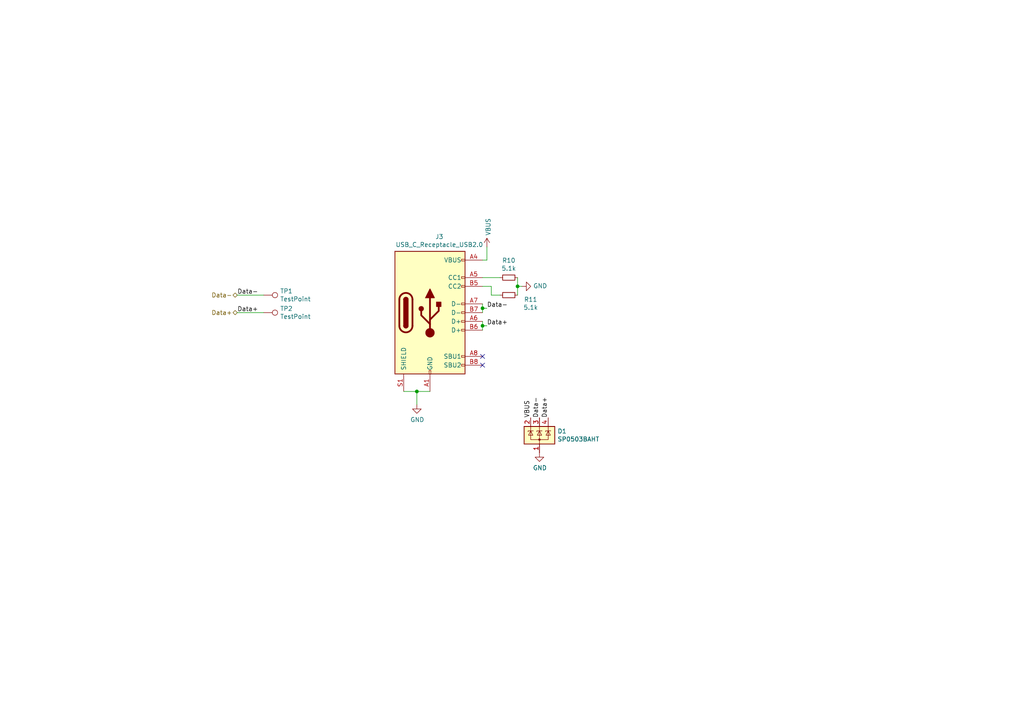
<source format=kicad_sch>
(kicad_sch (version 20211123) (generator eeschema)
  (paper "A4")
  (lib_symbols
    (symbol "Connector:TestPoint" (pin_numbers hide) (pin_names (offset 0.762) hide)
      (property "Reference" "TP" (at 0 6.858 0))
      (property "Value" "TestPoint" (at 0 5.08 0))
      (symbol "TestPoint_0_1"
        (circle (center 0 3.302) (radius 0.762))
      )
      (symbol "TestPoint_1_1"
        (pin passive line (at 0 0 90) (length 2.54) (name "1") (number "1"))
      )
    )
    (symbol "Connector:USB_C_Receptacle_USB2.0" (pin_names (offset 1.016))
      (property "Reference" "J" (at -10.16 19.05 0))
      (property "Value" "USB_C_Receptacle_USB2.0" (at 19.05 19.05 0))
      (symbol "USB_C_Receptacle_USB2.0_0_0"
        (rectangle (start -0.254 -17.78) (end 0.254 -16.764))
        (rectangle (start 10.16 -14.986) (end 9.144 -15.494))
        (rectangle (start 10.16 -12.446) (end 9.144 -12.954))
        (rectangle (start 10.16 -4.826) (end 9.144 -5.334))
        (rectangle (start 10.16 -2.286) (end 9.144 -2.794))
        (rectangle (start 10.16 0.254) (end 9.144 -0.254))
        (rectangle (start 10.16 2.794) (end 9.144 2.286))
        (rectangle (start 10.16 7.874) (end 9.144 7.366))
        (rectangle (start 10.16 10.414) (end 9.144 9.906))
        (rectangle (start 10.16 15.494) (end 9.144 14.986))
      )
      (symbol "USB_C_Receptacle_USB2.0_0_1"
        (rectangle (start -10.16 17.78) (end 10.16 -17.78) (stroke (width 0.254)) (fill (type background)))
        (arc (start -8.89 -3.81) (mid -6.985 -5.715) (end -5.08 -3.81) (stroke (width 0.508)))
        (arc (start -7.62 -3.81) (mid -6.985 -4.445) (end -6.35 -3.81) (stroke (width 0.254)))
        (arc (start -7.62 -3.81) (mid -6.985 -4.445) (end -6.35 -3.81) (stroke (width 0.254)) (fill (type outline)))
        (rectangle (start -7.62 -3.81) (end -6.35 3.81) (stroke (width 0.254)) (fill (type outline)))
        (arc (start -6.35 3.81) (mid -6.985 4.445) (end -7.62 3.81) (stroke (width 0.254)))
        (arc (start -6.35 3.81) (mid -6.985 4.445) (end -7.62 3.81) (stroke (width 0.254)) (fill (type outline)))
        (arc (start -5.08 3.81) (mid -6.985 5.715) (end -8.89 3.81) (stroke (width 0.508)))
        (circle (center -2.54 1.143) (radius 0.635) (stroke (width 0.254)) (fill (type outline)))
        (circle (center 0 -5.842) (radius 1.27) (fill (type outline)))
        (polyline (pts (xy -8.89 -3.81) (xy -8.89 3.81)) (stroke (width 0.508)))
        (polyline (pts (xy -5.08 3.81) (xy -5.08 -3.81)) (stroke (width 0.508)))
        (polyline (pts (xy 0 -5.842) (xy 0 4.318)) (stroke (width 0.508)))
        (polyline (pts (xy 0 -3.302) (xy -2.54 -0.762) (xy -2.54 0.508)) (stroke (width 0.508)))
        (polyline (pts (xy 0 -2.032) (xy 2.54 0.508) (xy 2.54 1.778)) (stroke (width 0.508)))
        (polyline (pts (xy -1.27 4.318) (xy 0 6.858) (xy 1.27 4.318) (xy -1.27 4.318)) (stroke (width 0.254)) (fill (type outline)))
        (rectangle (start 1.905 1.778) (end 3.175 3.048) (stroke (width 0.254)) (fill (type outline)))
      )
      (symbol "USB_C_Receptacle_USB2.0_1_1"
        (pin passive line (at 0 -22.86 90) (length 5.08) (name "GND") (number "A1"))
        (pin passive line (at 0 -22.86 90) (length 5.08) hide (name "GND") (number "A12"))
        (pin passive line (at 15.24 15.24 180) (length 5.08) (name "VBUS") (number "A4"))
        (pin bidirectional line (at 15.24 10.16 180) (length 5.08) (name "CC1") (number "A5"))
        (pin bidirectional line (at 15.24 -2.54 180) (length 5.08) (name "D+") (number "A6"))
        (pin bidirectional line (at 15.24 2.54 180) (length 5.08) (name "D-") (number "A7"))
        (pin bidirectional line (at 15.24 -12.7 180) (length 5.08) (name "SBU1") (number "A8"))
        (pin passive line (at 15.24 15.24 180) (length 5.08) hide (name "VBUS") (number "A9"))
        (pin passive line (at 0 -22.86 90) (length 5.08) hide (name "GND") (number "B1"))
        (pin passive line (at 0 -22.86 90) (length 5.08) hide (name "GND") (number "B12"))
        (pin passive line (at 15.24 15.24 180) (length 5.08) hide (name "VBUS") (number "B4"))
        (pin bidirectional line (at 15.24 7.62 180) (length 5.08) (name "CC2") (number "B5"))
        (pin bidirectional line (at 15.24 -5.08 180) (length 5.08) (name "D+") (number "B6"))
        (pin bidirectional line (at 15.24 0 180) (length 5.08) (name "D-") (number "B7"))
        (pin bidirectional line (at 15.24 -15.24 180) (length 5.08) (name "SBU2") (number "B8"))
        (pin passive line (at 15.24 15.24 180) (length 5.08) hide (name "VBUS") (number "B9"))
        (pin passive line (at -7.62 -22.86 90) (length 5.08) (name "SHIELD") (number "S1"))
      )
    )
    (symbol "Device:R_Small" (pin_numbers hide) (pin_names (offset 0.254) hide)
      (property "Reference" "R" (at 0.762 0.508 0))
      (property "Value" "R_Small" (at 0.762 -1.016 0))
      (symbol "R_Small_0_1"
        (rectangle (start -0.762 1.778) (end 0.762 -1.778) (stroke (width 0.2032)))
      )
      (symbol "R_Small_1_1"
        (pin passive line (at 0 2.54 270) (length 0.762) (name "~") (number "1"))
        (pin passive line (at 0 -2.54 90) (length 0.762) (name "~") (number "2"))
      )
    )
    (symbol "Power_Protection:SP0503BAHT" (pin_names hide)
      (property "Reference" "D" (at 5.715 2.54 0))
      (property "Value" "SP0503BAHT" (at 5.715 0.635 0))
      (symbol "SP0503BAHT_0_0"
        (pin passive line (at 0 -5.08 90) (length 2.54) (name "A") (number "1"))
      )
      (symbol "SP0503BAHT_0_1"
        (rectangle (start -4.445 2.54) (end 4.445 -2.54) (stroke (width 0.254)) (fill (type background)))
        (circle (center 0 -1.27) (radius 0.254) (fill (type outline)))
        (polyline (pts (xy -2.54 2.54) (xy -2.54 1.27)))
        (polyline (pts (xy 0 -1.27) (xy 0 -2.54)))
        (polyline (pts (xy 0 -1.27) (xy 0 1.27)))
        (polyline (pts (xy 0 2.54) (xy 0 1.27)))
        (polyline (pts (xy 0.635 1.27) (xy 0.762 1.27)))
        (polyline (pts (xy 2.54 2.54) (xy 2.54 1.27)))
        (polyline (pts (xy 0.635 1.27) (xy -0.762 1.27) (xy -0.762 1.016)))
        (polyline (pts (xy -3.302 1.016) (xy -3.302 1.27) (xy -1.905 1.27) (xy -1.778 1.27)))
        (polyline (pts (xy -2.54 1.27) (xy -2.54 -1.27) (xy 2.54 -1.27) (xy 2.54 1.27)))
        (polyline (pts (xy -2.54 1.27) (xy -1.905 0) (xy -3.175 0) (xy -2.54 1.27)))
        (polyline (pts (xy 0.635 0) (xy -0.635 0) (xy 0 1.27) (xy 0.635 0)))
        (polyline (pts (xy 1.778 1.016) (xy 1.778 1.27) (xy 3.175 1.27) (xy 3.302 1.27)))
        (polyline (pts (xy 2.54 1.27) (xy 1.905 0) (xy 3.175 0) (xy 2.54 1.27)))
      )
      (symbol "SP0503BAHT_1_1"
        (pin passive line (at -2.54 5.08 270) (length 2.54) (name "K") (number "2"))
        (pin passive line (at 0 5.08 270) (length 2.54) (name "K") (number "3"))
        (pin passive line (at 2.54 5.08 270) (length 2.54) (name "K") (number "4"))
      )
    )
    (symbol "power:GND" (power) (pin_names (offset 0))
      (property "Value" "GND" (at 0 -3.81 0))
      (symbol "GND_0_1"
        (polyline (pts (xy 0 0) (xy 0 -1.27) (xy 1.27 -1.27) (xy 0 -2.54) (xy -1.27 -1.27) (xy 0 -1.27)))
      )
      (symbol "GND_1_1"
        (pin power_in line (at 0 0 270) (length 0) hide (name "GND") (number "1"))
      )
    )
    (symbol "power:VBUS" (power) (pin_names (offset 0))
      (property "Value" "VBUS" (at 0 3.81 0))
      (symbol "VBUS_0_1"
        (polyline (pts (xy -0.762 1.27) (xy 0 2.54)))
        (polyline (pts (xy 0 0) (xy 0 2.54)))
        (polyline (pts (xy 0 2.54) (xy 0.762 1.27)))
      )
      (symbol "VBUS_1_1"
        (pin power_in line (at 0 0 90) (length 0) hide (name "VBUS") (number "1"))
      )
    )
  )
  (junction (at 120.904 113.538))
  (junction (at 139.954 94.488))
  (junction (at 150.114 83.058))
  (junction (at 139.954 89.408))
  (no_connect (at 139.954 105.918))
  (no_connect (at 139.954 103.378))
  (wire (pts (xy 150.114 80.518) (xy 150.114 83.058)))
  (wire (pts (xy 139.954 89.408) (xy 139.954 88.138)))
  (wire (pts (xy 139.954 83.058) (xy 142.494 83.058)))
  (wire (pts (xy 117.094 113.538) (xy 120.904 113.538)))
  (wire (pts (xy 150.114 83.058) (xy 151.384 83.058)))
  (wire (pts (xy 139.954 94.488) (xy 139.954 95.758)))
  (wire (pts (xy 150.114 85.598) (xy 150.114 83.058)))
  (wire (pts (xy 120.904 113.538) (xy 124.714 113.538)))
  (wire (pts (xy 142.494 85.598) (xy 145.034 85.598)))
  (wire (pts (xy 141.224 75.438) (xy 139.954 75.438)))
  (wire (pts (xy 141.224 71.628) (xy 141.224 75.438)))
  (wire (pts (xy 68.834 90.678) (xy 76.454 90.678)))
  (wire (pts (xy 142.494 83.058) (xy 142.494 85.598)))
  (wire (pts (xy 139.954 80.518) (xy 145.034 80.518)))
  (wire (pts (xy 68.834 85.598) (xy 76.454 85.598)))
  (wire (pts (xy 120.904 113.538) (xy 120.904 117.348)))
  (wire (pts (xy 139.954 90.678) (xy 139.954 89.408)))
  (wire (pts (xy 139.954 89.408) (xy 141.224 89.408)))
  (wire (pts (xy 139.954 93.218) (xy 139.954 94.488)))
  (wire (pts (xy 139.954 94.488) (xy 141.224 94.488)))
  (label "Data+" (at 141.224 94.488 0))
  (label "Data-" (at 156.464 121.158 90))
  (label "Data-" (at 68.834 85.598 0))
  (label "Data+" (at 159.004 121.158 90))
  (label "Data+" (at 68.834 90.678 0))
  (label "Data-" (at 141.224 89.408 0))
  (label "VBUS" (at 153.924 121.158 90))
  (hierarchical_label "Data-" (shape bidirectional) (at 68.834 85.598 180))
  (hierarchical_label "Data+" (shape bidirectional) (at 68.834 90.678 180))
  (symbol (lib_id "power:GND") (at 156.464 131.318 0) (unit 1)
    (property "Reference" "#PWR0129" (effects hide))
    (property "Value" "GND" (at 156.591 135.7122 0))
  )
  (symbol (lib_id "Connector:TestPoint") (at 76.454 90.678 270) (unit 1)
    (property "Reference" "TP2" (at 81.2292 89.5096 90) (effects (justify left)))
    (property "Value" "TestPoint" (at 81.2292 91.821 90) (effects (justify left)))
    (property "Footprint" "TestPoint:TestPoint_Pad_D1.0mm" (effects hide))
  )
  (symbol (lib_id "power:VBUS") (at 141.224 71.628 0) (unit 1)
    (property "Reference" "#PWR0134" (effects hide))
    (property "Value" "VBUS" (at 141.605 68.3768 90) (effects (justify left)))
  )
  (symbol (lib_id "power:GND") (at 151.384 83.058 90) (unit 1)
    (property "Reference" "#PWR0131" (effects hide))
    (property "Value" "GND" (at 154.6352 82.931 90) (effects (justify right)))
  )
  (symbol (lib_id "Connector:USB_C_Receptacle_USB2.0") (at 124.714 90.678 0) (unit 1)
    (property "Reference" "J3" (at 127.4318 68.6562 0))
    (property "Value" "USB_C_Receptacle_USB2.0" (at 127.4318 70.9676 0))
    (property "Footprint" "Connector_USB:USB_C_Receptacle_Palconn_UTC16-G" (effects hide))
    (property "Datasheet" "https://www.usb.org/sites/default/files/documents/usb_type-c.zip" (effects hide))
  )
  (symbol (lib_id "Device:R_Small") (at 147.574 80.518 90) (unit 1)
    (property "Reference" "R10" (at 147.574 75.5396 90))
    (property "Value" "5.1k" (at 147.574 77.851 90))
    (property "Footprint" "Resistor_SMD:R_0402_1005Metric" (effects hide))
  )
  (symbol (lib_id "power:GND") (at 120.904 117.348 0) (unit 1)
    (property "Reference" "#PWR0126" (effects hide))
    (property "Value" "GND" (at 121.031 121.7422 0))
  )
  (symbol (lib_id "Device:R_Small") (at 147.574 85.598 270) (unit 1)
    (property "Reference" "R11" (at 153.924 86.868 90))
    (property "Value" "5.1k" (at 153.924 89.1794 90))
    (property "Footprint" "Resistor_SMD:R_0402_1005Metric" (effects hide))
  )
  (symbol (lib_id "Power_Protection:SP0503BAHT") (at 156.464 126.238 0) (unit 1)
    (property "Reference" "D1" (at 161.671 125.0696 0) (effects (justify left)))
    (property "Value" "SP0503BAHT" (at 161.671 127.381 0) (effects (justify left)))
    (property "Footprint" "Package_TO_SOT_SMD:SOT-143" (effects hide))
    (property "Datasheet" "http://www.littelfuse.com/~/media/files/littelfuse/technical%20resources/documents/data%20sheets/sp05xxba.pdf" (effects hide))
  )
  (symbol (lib_id "Connector:TestPoint") (at 76.454 85.598 270) (unit 1)
    (property "Reference" "TP1" (at 81.2292 84.4296 90) (effects (justify left)))
    (property "Value" "TestPoint" (at 81.2292 86.741 90) (effects (justify left)))
    (property "Footprint" "TestPoint:TestPoint_Pad_D1.0mm" (effects hide))
  )
)
</source>
